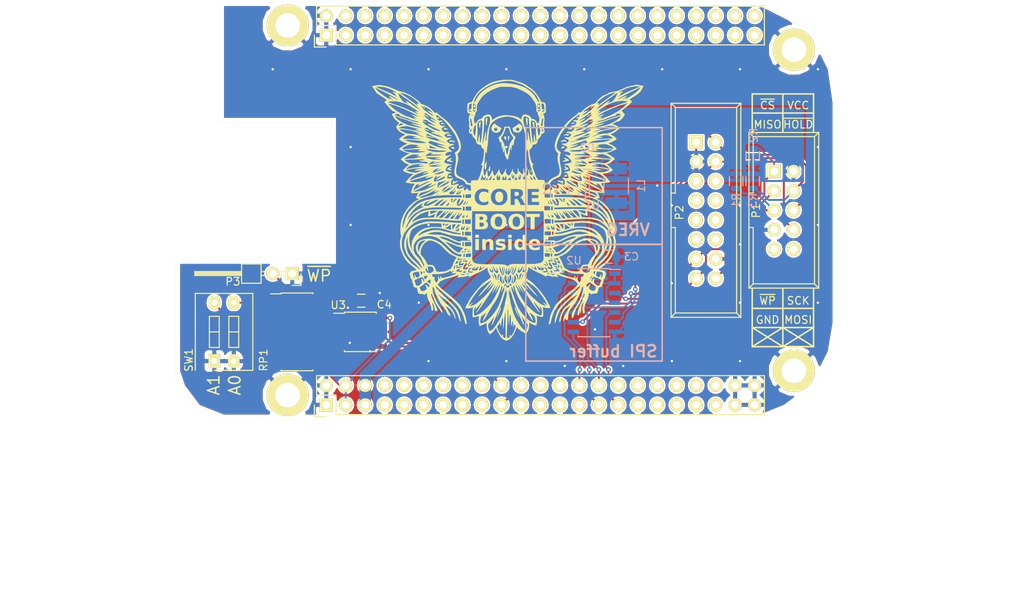
<source format=kicad_pcb>
(kicad_pcb (version 20211014) (generator pcbnew)
  (layers (0 "F.Cu" signal) (31 "B.Cu" signal) (34 "B.Paste" user) (35 "F.Paste" user) (36 "B.SilkS" user "B.Silkscreen") (37 "F.SilkS" user "F.Silkscreen") (38 "B.Mask" user) (39 "F.Mask" user) (44 "Edge.Cuts" user))
  (net 0 "")
  (net 1 "+3V3")
  (net 2 "VCC")
  (net 3 "/I2C2_SDA")
  (net 4 "/I2C2_SCL")
  (net 5 "/~{CONN_WP}")
  (net 6 "/~{CONN_HOLD}")
  (net 7 "GND")
  (net 8 "+5V")
  (net 9 "Net-(L1-Pad1)")
  (net 10 "/~{CONN_CS}")
  (net 11 "/CONN_SCK")
  (net 12 "/~{SPI_CS0}")
  (net 13 "/SPI_D0")
  (net 14 "/SPI_D1")
  (net 15 "/SPI_SCLK")
  (net 16 "Net-(P1-Pad9)")
  (net 17 "Net-(P1-Pad10)")
  (net 18 "Net-(P2-Pad5)")
  (net 19 "Net-(P2-Pad6)")
  (net 20 "Net-(P2-Pad7)")
  (net 21 "Net-(P2-Pad8)")
  (net 22 "Net-(P2-Pad9)")
  (net 23 "Net-(P2-Pad10)")
  (net 24 "Net-(P2-Pad11)")
  (net 25 "Net-(P2-Pad12)")
  (net 26 "/SYS_5V")
  (net 27 "/SYS_5VB")
  (net 28 "/VADC")
  (net 29 "/AIN4")
  (net 30 "/AGND")
  (net 31 "/AIN6")
  (net 32 "/AIN5")
  (net 33 "/AIN2")
  (net 34 "/AIN3")
  (net 35 "/AIN0")
  (net 36 "/AIN1")
  (net 37 "Net-(P4-Pad9)")
  (net 38 "Net-(P4-Pad10)")
  (net 39 "Net-(P4-Pad11)")
  (net 40 "Net-(P4-Pad12)")
  (net 41 "Net-(P4-Pad13)")
  (net 42 "Net-(P4-Pad14)")
  (net 43 "Net-(P4-Pad15)")
  (net 44 "Net-(P4-Pad16)")
  (net 45 "Net-(P4-Pad17)")
  (net 46 "Net-(P4-Pad18)")
  (net 47 "Net-(P4-Pad21)")
  (net 48 "Net-(P4-Pad22)")
  (net 49 "Net-(P4-Pad23)")
  (net 50 "Net-(P4-Pad24)")
  (net 51 "Net-(P4-Pad25)")
  (net 52 "Net-(P4-Pad26)")
  (net 53 "Net-(P4-Pad27)")
  (net 54 "Net-(P4-Pad41)")
  (net 55 "Net-(P4-Pad42)")
  (net 56 "/CONN_MISO")
  (net 57 "/CONN_MOSI")
  (net 58 "Net-(P5-Pad3)")
  (net 59 "Net-(P5-Pad4)")
  (net 60 "Net-(P5-Pad5)")
  (net 61 "Net-(P5-Pad6)")
  (net 62 "Net-(P5-Pad7)")
  (net 63 "Net-(P5-Pad8)")
  (net 64 "Net-(P5-Pad9)")
  (net 65 "Net-(P5-Pad10)")
  (net 66 "Net-(P5-Pad11)")
  (net 67 "Net-(P5-Pad12)")
  (net 68 "Net-(P5-Pad13)")
  (net 69 "Net-(P5-Pad14)")
  (net 70 "Net-(P5-Pad15)")
  (net 71 "Net-(P5-Pad16)")
  (net 72 "Net-(P5-Pad17)")
  (net 73 "Net-(P5-Pad18)")
  (net 74 "Net-(P5-Pad19)")
  (net 75 "Net-(P5-Pad20)")
  (net 76 "Net-(P5-Pad21)")
  (net 77 "Net-(P5-Pad22)")
  (net 78 "Net-(P5-Pad23)")
  (net 79 "Net-(P5-Pad24)")
  (net 80 "Net-(P5-Pad25)")
  (net 81 "Net-(P5-Pad26)")
  (net 82 "Net-(P5-Pad27)")
  (net 83 "Net-(P5-Pad28)")
  (net 84 "Net-(P5-Pad29)")
  (net 85 "Net-(P5-Pad30)")
  (net 86 "Net-(P5-Pad31)")
  (net 87 "Net-(P5-Pad32)")
  (net 88 "Net-(P5-Pad33)")
  (net 89 "Net-(P5-Pad34)")
  (net 90 "Net-(P5-Pad35)")
  (net 91 "Net-(P5-Pad36)")
  (net 92 "Net-(P5-Pad37)")
  (net 93 "Net-(P5-Pad38)")
  (net 94 "Net-(P5-Pad39)")
  (net 95 "Net-(P5-Pad40)")
  (net 96 "Net-(P5-Pad41)")
  (net 97 "Net-(P5-Pad42)")
  (net 98 "Net-(P5-Pad43)")
  (net 99 "Net-(P5-Pad44)")
  (net 100 "Net-(P5-Pad45)")
  (net 101 "Net-(P5-Pad46)")
  (net 102 "/~{WP}")
  (net 103 "/A2")
  (net 104 "/A1")
  (net 105 "/A0")
  (footprint "Pin_Headers:Pin_Header_Straight_2x23" (layer "F.Cu") (at 116.205 109.855 90)
    (fp_text reference "P4" hide)
    (fp_text value "BBB_P9")
  )
  (footprint "Buttons_Switches_ThroughHole:SW_DIP_x2_Slide" (layer "F.Cu") (at 101.6 104.14)
    (fp_text reference "SW1")
    (fp_text value "DIPS_02")
  )
  (footprint "Housings_SOIC:SOIC-8_3.9x4.9mm_Pitch1.27mm" (layer "F.Cu") (at 120.65 100.33)
    (fp_text reference "U3")
    (fp_text value "CAT24C256W")
  )
  (footprint "Capacitors_SMD:C_0805" (layer "F.Cu") (at 120.77 96.26 180)
    (fp_text reference "C4")
    (fp_text value "0.1uF")
  )
  (footprint "Pin_Headers:Pin_Header_Angled_2x01" (layer "F.Cu") (at 111.76 92.71 180)
    (fp_text reference "P3")
    (fp_text value "EEPROM_PROG_EN")
  )
  (footprint "Pin_Headers:Pin_Header_Straight_2x23" (layer "F.Cu") (at 116.205 61.595 90)
    (fp_text reference "P5" hide)
    (fp_text value "BBB_P8")
  )
  (footprint "Housings_SOIC:SOIC-16_3.9x9.9mm_Pitch1.27mm" (layer "F.Cu") (at 112.395 100.33)
    (fp_text reference "RP1")
    (fp_text value "10k")
  )
  (footprint "Mounting_Holes:MountingHole_3.2mm_M3_ISO14580_Pad" (layer "F.Cu") (at 111.168 108.579)
    (fp_text reference "P6" hide)
    (fp_text value "CONN_01X01")
  )
  (footprint "Mounting_Holes:MountingHole_3.2mm_M3_ISO14580_Pad" (layer "F.Cu") (at 111.168 60.319)
    (fp_text reference "P7" hide)
    (fp_text value "CONN_01X01")
  )
  (footprint "Mounting_Holes:MountingHole_3.2mm_M3_ISO14580_Pad" (layer "F.Cu") (at 177.208 105.404)
    (fp_text reference "P8" hide)
    (fp_text value "CONN_01X01")
  )
  (footprint "Mounting_Holes:MountingHole_3.2mm_M3_ISO14580_Pad" (layer "F.Cu") (at 177.208 63.494)
    (fp_text reference "P9" hide)
    (fp_text value "CONN_01X01")
  )
  (footprint "Connect:IDC_Header_Straight_10pins" (layer "F.Cu") (at 174.625 79.375 -90)
    (fp_text reference "P1")
    (fp_text value "SPI-8")
  )
  (footprint "Connect:IDC_Header_Straight_16pins" (layer "F.Cu") (at 164.465 75.565 -90)
    (fp_text reference "P2")
    (fp_text value "SPI-16")
  )
  (footprint "logo-coreboot" (layer "F.Cu") (at 139.743 84.449)
    (fp_text reference "G***" hide)
    (fp_text value "LOGO" hide)
  )
  (footprint "Resistors_SMD:R_0805" (layer "B.Cu") (at 169.672 80.645 -90)
    (fp_text reference "R1")
    (fp_text value "10k")
  )
  (footprint "Resistors_SMD:R_0805" (layer "B.Cu") (at 171.831 77.343 90)
    (fp_text reference "R2")
    (fp_text value "10k")
  )
  (footprint "Resistors_SMD:R_0805" (layer "B.Cu") (at 171.831 80.645 -90)
    (fp_text reference "R3")
    (fp_text value "10k")
  )
  (footprint "Capacitors_SMD:C_0805" (layer "B.Cu") (at 147.02 81.76 90)
    (fp_text reference "C1")
    (fp_text value "10uF")
  )
  (footprint "Capacitors_SMD:C_0805" (layer "B.Cu") (at 150.27 78.26 180)
    (fp_text reference "C2")
    (fp_text value "10uF")
  )
  (footprint "Inductors_NEOSID:Neosid_Inductor_SM-NE45_SMD1812" (layer "B.Cu") (at 154.02 81.26 90)
    (fp_text reference "L1")
    (fp_text value "10uH")
  )
  (footprint "TO_SOT_Packages_SMD:SOT-23-5" (layer "B.Cu") (at 150.27 81.28)
    (fp_text reference "U1")
    (fp_text value "PAM2305AAB330")
  )
  (footprint "Housings_SOIC:SOIC-14_3.9x8.7mm_Pitch1.27mm" (layer "B.Cu") (at 151.13 96.52 180)
    (fp_text reference "U2")
    (fp_text value "74HC125")
  )
  (footprint "Capacitors_SMD:C_0805" (layer "B.Cu") (at 153.02 90.51)
    (fp_text reference "C3")
    (fp_text value "10uF")
  )
  (gr_line (start 160.02 104.14) (end 142.24 104.14) (layer "B.SilkS") (width 0.2))
  (gr_line (start 160.02 88.9) (end 160.02 104.14) (layer "B.SilkS") (width 0.2))
  (gr_line (start 160.02 88.9) (end 160.02 73.66) (layer "B.SilkS") (width 0.2))
  (gr_line (start 142.24 88.9) (end 160.02 88.9) (layer "B.SilkS") (width 0.2))
  (gr_line (start 160.02 73.66) (end 142.24 73.66) (layer "B.SilkS") (width 0.2))
  (gr_line (start 142.24 104.14) (end 142.24 88.9) (layer "B.SilkS") (width 0.2))
  (gr_line (start 142.24 73.66) (end 142.24 88.9) (layer "B.SilkS") (width 0.2))
  (gr_line (start 142.24 88.9) (end 160.02 88.9) (layer "B.SilkS") (width 0.2))
  (gr_line (start 171.77 94.66) (end 171.77 102.26) (layer "F.SilkS") (width 0.2))
  (gr_line (start 171.77 97.26) (end 179.77 97.26) (layer "F.SilkS") (width 0.2))
  (gr_line (start 175.77 102.26) (end 175.77 94.66) (layer "F.SilkS") (width 0.2))
  (gr_line (start 171.77 99.76) (end 179.77 99.76) (layer "F.SilkS") (width 0.2))
  (gr_line (start 179.77 94.66) (end 179.77 102.26) (layer "F.SilkS") (width 0.2))
  (gr_line (start 171.77 102.26) (end 179.77 102.26) (layer "F.SilkS") (width 0.2))
  (gr_line (start 171.77 102.26) (end 175.77 99.76) (layer "F.SilkS") (width 0.2))
  (gr_line (start 171.77 69.26) (end 171.77 74.26) (layer "F.SilkS") (width 0.2))
  (gr_line (start 179.77 99.76) (end 175.77 102.26) (layer "F.SilkS") (width 0.2))
  (gr_line (start 179.77 102.26) (end 175.77 99.76) (layer "F.SilkS") (width 0.2))
  (gr_line (start 175.77 74.26) (end 175.77 69.26) (layer "F.SilkS") (width 0.2))
  (gr_line (start 171.77 69.26) (end 179.77 69.26) (layer "F.SilkS") (width 0.2))
  (gr_line (start 179.77 69.26) (end 179.77 74.26) (layer "F.SilkS") (width 0.2))
  (gr_line (start 171.77 99.76) (end 175.77 102.26) (layer "F.SilkS") (width 0.2))
  (gr_line (start 171.77 71.76) (end 179.77 71.76) (layer "F.SilkS") (width 0.2))
  (gr_line (start 96.52 105.41) (end 96.52 90.805) (layer "Edge.Cuts") (width 0.01))
  (gr_arc (start 170.18 57.15) (mid 179.160256 60.869744) (end 182.88 69.85) (layer "Edge.Cuts") (width 0.01))
  (gr_arc (start 102.87 111.76) (mid 98.379872 109.900128) (end 96.52 105.41) (layer "Edge.Cuts") (width 0.01))
  (gr_line (start 182.88 69.85) (end 182.88 99.06) (layer "Edge.Cuts") (width 0.01))
  (gr_line (start 102.87 111.76) (end 170.18 111.76) (layer "Edge.Cuts") (width 0.01))
  (gr_arc (start 182.88 99.06) (mid 179.160256 108.040256) (end 170.18 111.76) (layer "Edge.Cuts") (width 0.01))
  (gr_line (start 102.235 73.025) (end 102.235 57.15) (layer "Edge.Cuts") (width 0.01))
  (gr_line (start 116.84 90.805) (end 116.84 73.025) (layer "Edge.Cuts") (width 0.01))
  (gr_line (start 170.18 57.15) (end 102.235 57.15) (layer "Edge.Cuts") (width 0.01))
  (gr_line (start 116.84 73.025) (end 102.235 73.025) (layer "Edge.Cuts") (width 0.01))
  (gr_line (start 96.52 90.805) (end 116.84 90.805) (layer "Edge.Cuts") (width 0.01))
  (gr_text "SPI buffer" (at 153.67 102.87) (layer "B.SilkS") (effects (font (size 1.5 1.5) (thickness 0.3)) (justify mirror)))
  (gr_text "VREG" (at 155.575 86.995) (layer "B.SilkS") (effects (font (size 1.5 1.5) (thickness 0.3)) (justify mirror)))
  (gr_text "A0" (at 104.27 107.26 90) (layer "F.SilkS") (effects (font (size 1.5 1.5) (thickness 0.2))))
  (gr_text "A1" (at 101.52 107.26 90) (layer "F.SilkS") (effects (font (size 1.5 1.5) (thickness 0.2))))
  (gr_text "VCC" (at 177.77 70.76) (layer "F.SilkS") (effects (font (size 1 1))))
  (gr_text "~{HOLD}" (at 177.77 73.26) (layer "F.SilkS") (effects (font (size 1 1))))
  (gr_text "MISO" (at 173.77 73.26) (layer "F.SilkS") (effects (font (size 1 1))))
  (gr_text "~{CS}" (at 173.77 70.76) (layer "F.SilkS") (effects (font (size 1 1))))
  (gr_text "~{WP}" (at 173.77 96.26) (layer "F.SilkS") (effects (font (size 1 1))))
  (gr_text "SCK" (at 177.77 96.26) (layer "F.SilkS") (effects (font (size 1 1))))
  (gr_text "MOSI" (at 177.77 98.76) (layer "F.SilkS") (effects (font (size 1 1))))
  (gr_text "GND" (at 173.77 98.76) (layer "F.SilkS") (effects (font (size 1 1))))
  (gr_text "~{WP}" (at 115.27 93.01) (layer "F.SilkS") (effects (font (size 1.5 1.5) (thickness 0.2))))
  (segment (start 113.459998 104.775) (end 109.695 104.775) (width 0.25) (layer "F.Cu") (net 1))
  (segment (start 123.35 97.965) (end 123.35 98.425) (width 0.25) (layer "F.Cu") (net 1))
  (segment (start 124.52 98.51) (end 123.435 98.51) (width 0.25) (layer "F.Cu") (net 1))
  (segment (start 114.084999 105.400001) (end 113.459998 104.775) (width 0.25) (layer "F.Cu") (net 1))
  (segment (start 118.745 107.315) (end 117.96413 107.315) (width 0.25) (layer "F.Cu") (net 1))
  (segment (start 109.695 97.155) (end 109.695 98.425) (width 0.25) (layer "F.Cu") (net 1))
  (segment (start 123.435 98.51) (end 123.35 98.425) (width 0.25) (layer "F.Cu") (net 1))
  (segment (start 121.77 96.26) (end 121.77 96.385) (width 0.25) (layer "F.Cu") (net 1))
  (segment (start 109.695 102.235) (end 109.695 103.505) (width 0.25) (layer "F.Cu") (net 1))
  (segment (start 109.695 98.425) (end 109.695 99.695) (width 0.25) (layer "F.Cu") (net 1))
  (segment (start 109.695 103.505) (end 109.695 104.775) (width 0.25) (layer "F.Cu") (net 1))
  (segment (start 109.695 100.965) (end 109.695 102.235) (width 0.25) (layer "F.Cu") (net 1))
  (segment (start 117.96413 107.315) (end 116.049131 105.400001) (width 0.25) (layer "F.Cu") (net 1))
  (segment (start 109.695 95.885) (end 109.695 97.155) (width 0.25) (layer "F.Cu") (net 1))
  (segment (start 116.049131 105.400001) (end 114.084999 105.400001) (width 0.25) (layer "F.Cu") (net 1))
  (segment (start 109.695 99.695) (end 109.695 100.965) (width 0.25) (layer "F.Cu") (net 1))
  (segment (start 121.77 96.385) (end 123.35 97.965) (width 0.25) (layer "F.Cu") (net 1))
  (via (at 124.52 98.51) (size 0.6) (drill 0.3) (layers "F.Cu" "B.Cu") (net 1))
  (segment (start 119.608599 106.451401) (end 119.608599 106.201109) (width 0.25) (layer "B.Cu") (net 1))
  (segment (start 118.745 107.315) (end 119.608599 106.451401) (width 0.25) (layer "B.Cu") (net 1))
  (segment (start 118.745 109.855) (end 118.745 107.315) (width 0.25) (layer "B.Cu") (net 1))
  (segment (start 124.52 101.289708) (end 124.52 98.51) (width 0.25) (layer "B.Cu") (net 1))
  (segment (start 119.608599 106.201109) (end 124.52 101.289708) (width 0.25) (layer "B.Cu") (net 1))
  (segment (start 151.37 80.905) (end 150.514999 81.760001) (width 0.25) (layer "B.Cu") (net 2))
  (segment (start 150.514999 81.760001) (end 150.514999 88.879999) (width 0.25) (layer "B.Cu") (net 2))
  (segment (start 162.56 73.025) (end 161.925 73.66) (width 1.5) (layer "B.Cu") (net 2))
  (segment (start 177.165 78.153686) (end 172.036314 73.025) (width 1.5) (layer "B.Cu") (net 2))
  (segment (start 152.02 90.385) (end 150.514999 88.879999) (width 0.25) (layer "B.Cu") (net 2))
  (segment (start 177.165 79.375) (end 177.165 78.153686) (width 1.5) (layer "B.Cu") (net 2))
  (segment (start 151.37 80.33) (end 151.37 80.905) (width 0.25) (layer "B.Cu") (net 2))
  (segment (start 172.036314 73.025) (end 162.56 73.025) (width 1.5) (layer "B.Cu") (net 2))
  (segment (start 148.43 92.71) (end 149.945 92.71) (width 0.25) (layer "B.Cu") (net 2))
  (segment (start 152.02 90.635) (end 152.02 90.51) (width 0.25) (layer "B.Cu") (net 2))
  (segment (start 161.925 76.786314) (end 163.243686 78.105) (width 1.5) (layer "B.Cu") (net 2))
  (segment (start 152.02 90.51) (end 152.02 90.385) (width 0.25) (layer "B.Cu") (net 2))
  (segment (start 163.243686 78.105) (end 164.465 78.105) (width 1.5) (layer "B.Cu") (net 2))
  (segment (start 149.945 92.71) (end 152.02 90.635) (width 0.25) (layer "B.Cu") (net 2))
  (segment (start 161.925 73.66) (end 161.925 76.786314) (width 1.5) (layer "B.Cu") (net 2))
  (segment (start 120.106399 103.310011) (end 116.289989 103.310011) (width 0.25) (layer "F.Cu") (net 3))
  (segment (start 115.095 104.775) (end 115.545 104.775) (width 0.25) (layer "F.Cu") (net 3))
  (segment (start 116.095 103.505) (end 115.095 103.505) (width 0.25) (layer "F.Cu") (net 3))
  (segment (start 121.18141 102.235) (end 120.106399 103.310011) (width 0.25) (layer "F.Cu") (net 3))
  (segment (start 133.985 102.235) (end 139.065 107.315) (width 0.25) (layer "F.Cu") (net 3))
  (segment (start 116.289989 103.310011) (end 116.095 103.505) (width 0.25) (layer "F.Cu") (net 3))
  (segment (start 133.985 102.235) (end 123.35 102.235) (width 0.25) (layer "F.Cu") (net 3))
  (segment (start 115.095 103.505) (end 115.095 104.775) (width 0.25) (layer "F.Cu") (net 3))
  (segment (start 123.35 102.235) (end 121.18141 102.235) (width 0.25) (layer "F.Cu") (net 3))
  (segment (start 121.815 100.965) (end 119.919999 102.860001) (width 0.25) (layer "F.Cu") (net 4))
  (segment (start 124.644991 101.784991) (end 123.825 100.965) (width 0.25) (layer "F.Cu") (net 4))
  (segment (start 115.095 102.235) (end 115.095 100.965) (width 0.25) (layer "F.Cu") (net 4))
  (segment (start 139.928599 108.991401) (end 139.928599 108.210531) (width 0.25) (layer "F.Cu") (net 4))
  (segment (start 123.35 100.965) (end 121.815 100.965) (width 0.25) (layer "F.Cu") (net 4))
  (segment (start 119.919999 102.860001) (end 116.720001 102.860001) (width 0.25) (layer "F.Cu") (net 4))
  (segment (start 116.720001 102.860001) (end 116.095 102.235) (width 0.25) (layer "F.Cu") (net 4))
  (segment (start 139.635529 106.126399) (end 138.512809 106.126399) (width 0.25) (layer "F.Cu") (net 4))
  (segment (start 116.095 102.235) (end 115.095 102.235) (width 0.25) (layer "F.Cu") (net 4))
  (segment (start 140.253601 106.744471) (end 139.635529 106.126399) (width 0.25) (layer "F.Cu") (net 4))
  (segment (start 123.825 100.965) (end 123.35 100.965) (width 0.25) (layer "F.Cu") (net 4))
  (segment (start 138.512809 106.126399) (end 134.171401 101.784991) (width 0.25) (layer "F.Cu") (net 4))
  (segment (start 139.928599 108.210531) (end 140.253601 107.885529) (width 0.25) (layer "F.Cu") (net 4))
  (segment (start 134.171401 101.784991) (end 124.644991 101.784991) (width 0.25) (layer "F.Cu") (net 4))
  (segment (start 140.253601 107.885529) (end 140.253601 106.744471) (width 0.25) (layer "F.Cu") (net 4))
  (segment (start 139.065 109.855) (end 139.928599 108.991401) (width 0.25) (layer "F.Cu") (net 4))
  (segment (start 168.275 89.53641) (end 168.275 92.075) (width 0.25) (layer "F.Cu") (net 5))
  (segment (start 168.64361 89.1678) (end 168.275 89.53641) (width 0.25) (layer "F.Cu") (net 5))
  (segment (start 168.643611 88.532799) (end 168.64361 89.1678) (width 0.25) (layer "F.Cu") (net 5))
  (segment (start 168.275 92.075) (end 167.005 93.345) (width 0.25) (layer "F.Cu") (net 5))
  (segment (start 172.72141 84.455) (end 168.643611 88.532799) (width 0.25) (layer "F.Cu") (net 5))
  (segment (start 174.625 84.455) (end 172.72141 84.455) (width 0.25) (layer "F.Cu") (net 5))
  (segment (start 172.5446 82.64501) (end 172.81501 82.64501) (width 0.25) (layer "B.Cu") (net 5))
  (segment (start 172.81501 82.64501) (end 174.625 84.455) (width 0.25) (layer "B.Cu") (net 5))
  (segment (start 170.647001 82.270001) (end 172.169591 82.270001) (width 0.25) (layer "B.Cu") (net 5))
  (segment (start 169.972 81.595) (end 170.647001 82.270001) (width 0.25) (layer "B.Cu") (net 5))
  (segment (start 172.169591 82.270001) (end 172.5446 82.64501) (width 0.25) (layer "B.Cu") (net 5))
  (segment (start 169.672 81.595) (end 169.972 81.595) (width 0.25) (layer "B.Cu") (net 5))
  (segment (start 168.45999 77.65499) (end 168.275 77.47) (width 0.25) (layer "F.Cu") (net 6))
  (segment (start 175.853602 77.65499) (end 168.45999 77.65499) (width 0.25) (layer "F.Cu") (net 6))
  (segment (start 176.303612 78.105) (end 175.853602 77.65499) (width 0.25) (layer "F.Cu") (net 6))
  (segment (start 178.353601 78.804471) (end 178.353601 80.726399) (width 0.25) (layer "F.Cu") (net 6))
  (segment (start 178.353601 78.804471) (end 177.65413 78.105) (width 0.25) (layer "F.Cu") (net 6))
  (segment (start 164.465 76.6786) (end 164.465 75.565) (width 0.25) (layer "F.Cu") (net 6))
  (segment (start 164.6214 76.835) (end 164.465 76.6786) (width 0.25) (layer "F.Cu") (net 6))
  (segment (start 168.275 77.46859) (end 167.64141 76.835) (width 0.25) (layer "F.Cu") (net 6))
  (segment (start 167.64141 76.835) (end 164.6214 76.835) (width 0.25) (layer "F.Cu") (net 6))
  (segment (start 168.275 77.47) (end 168.275 77.46859) (width 0.25) (layer "F.Cu") (net 6))
  (segment (start 178.353601 80.726399) (end 177.165 81.915) (width 0.25) (layer "F.Cu") (net 6))
  (segment (start 178.353601 80.726399) (end 178.353601 78.804471) (width 0.25) (layer "F.Cu") (net 6))
  (segment (start 177.65413 78.105) (end 176.303612 78.105) (width 0.25) (layer "F.Cu") (net 6))
  (segment (start 173.00141 82.195) (end 173.910011 83.103601) (width 0.25) (layer "B.Cu") (net 6))
  (segment (start 172.131 81.595) (end 172.731 82.195) (width 0.25) (layer "B.Cu") (net 6))
  (segment (start 171.831 81.595) (end 172.131 81.595) (width 0.25) (layer "B.Cu") (net 6))
  (segment (start 173.910011 83.103601) (end 175.976399 83.103601) (width 0.25) (layer "B.Cu") (net 6))
  (segment (start 172.731 82.195) (end 173.00141 82.195) (width 0.25) (layer "B.Cu") (net 6))
  (segment (start 175.976399 83.103601) (end 177.165 81.915) (width 0.25) (layer "B.Cu") (net 6))
  (segment (start 139.7 66.04) (end 149.86 66.04) (width 0.25) (layer "F.Cu") (net 7))
  (segment (start 123.19 104.14) (end 121.92 102.87) (width 0.25) (layer "F.Cu") (net 7))
  (segment (start 129.54 76.2) (end 119.38 76.2) (width 0.25) (layer "F.Cu") (net 7))
  (segment (start 149.019979 96.759991) (end 149.019979 99.310001) (width 0.25) (layer "F.Cu") (net 7))
  (segment (start 140.21 96.01) (end 149.76997 96.01) (width 0.25) (layer "F.Cu") (net 7))
  (segment (start 119.02 97.174989) (end 119.02 97.01) (width 0.25) (layer "F.Cu") (net 7))
  (segment (start 170.18 96.52) (end 170.18 104.14) (width 0.25) (layer "F.Cu") (net 7))
  (segment (start 161.29 83.82) (end 161.29 93.98) (width 0.25) (layer "F.Cu") (net 7))
  (segment (start 149.855451 95.924519) (end 149.76997 96.01) (width 0.25) (layer "F.Cu") (net 7))
  (segment (start 139.7 96.52) (end 139.7 86.36) (width 0.25) (layer "F.Cu") (net 7))
  (segment (start 170.18 96.52) (end 170.18 88.9) (width 0.25) (layer "F.Cu") (net 7))
  (segment (start 160.02 80.592781) (end 159.385 81.227781) (width 0.25) (layer "F.Cu") (net 7))
  (segment (start 139.7 96.52) (end 139.7 104.14) (width 0.25) (layer "F.Cu") (net 7))
  (segment (start 129.54 96.52) (end 128.27 96.52) (width 0.25) (layer "F.Cu") (net 7))
  (segment (start 160.02 79.375) (end 160.02 80.592781) (width 0.25) (layer "F.Cu") (net 7))
  (segment (start 154.94 104.775) (end 154.305 104.14) (width 0.25) (layer "F.Cu") (net 7))
  (segment (start 116.205 62.865) (end 119.38 66.04) (width 0.25) (layer "F.Cu") (net 7))
  (segment (start 129.54 76.2) (end 139.7 76.2) (width 0.25) (layer "F.Cu") (net 7))
  (segment (start 118.795 102.235) (end 119.27 101.76) (width 0.25) (layer "F.Cu") (net 7))
  (segment (start 139.7 96.52) (end 128.27 96.52) (width 0.25) (layer "F.Cu") (net 7))
  (segment (start 121.76 103.03) (end 121.92 102.87) (width 0.25) (layer "F.Cu") (net 7))
  (segment (start 116.205 59.055) (end 116.205 61.595) (width 0.25) (layer "F.Cu") (net 7))
  (segment (start 160.02 66.04) (end 160.02 79.375) (width 0.25) (layer "F.Cu") (net 7))
  (segment (start 119.38 66.04) (end 129.54 66.04) (width 0.25) (layer "F.Cu") (net 7))
  (segment (start 149.719978 100.01) (end 151.27 100.01) (width 0.25) (layer "F.Cu") (net 7))
  (segment (start 129.54 86.36) (end 139.7 86.36) (width 0.25) (layer "F.Cu") (net 7))
  (segment (start 119.02 97.01) (end 119.77 96.26) (width 0.25) (layer "F.Cu") (net 7))
  (segment (start 124.46 96.52) (end 123.19 95.25) (width 0.25) (layer "F.Cu") (net 7))
  (segment (start 149.855451 88.267758) (end 149.855451 95.924519) (width 0.25) (layer "F.Cu") (net 7))
  (segment (start 129.54 86.36) (end 129.54 76.2) (width 0.25) (layer "F.Cu") (net 7))
  (segment (start 119.38 76.2) (end 119.38 86.36) (width 0.25) (layer "F.Cu") (net 7))
  (segment (start 154.305 104.14) (end 147.955 104.14) (width 0.25) (layer "F.Cu") (net 7))
  (segment (start 117.95 102.235) (end 118.795 102.235) (width 0.25) (layer "F.Cu") (net 7))
  (segment (start 139.7 96.52) (end 139.7 97.155) (width 0.25) (layer "F.Cu") (net 7))
  (segment (start 161.29 104.14) (end 160.655 104.775) (width 0.25) (layer "F.Cu") (net 7))
  (segment (start 147.955 104.14) (end 147.32 104.775) (width 0.25) (layer "F.Cu") (net 7))
  (segment (start 149.76997 96.01) (end 149.019979 96.759991) (width 0.25) (layer "F.Cu") (net 7))
  (segment (start 139.7 97.155) (end 147.32 104.775) (width 0.25) (layer "F.Cu") (net 7))
  (segment (start 180.34 66.04) (end 180.34 76.2) (width 0.25) (layer "F.Cu") (net 7))
  (segment (start 128.27 96.52) (end 124.46 96.52) (width 0.25) (layer "F.Cu") (net 7))
  (segment (start 139.7 96.52) (end 140.21 96.01) (width 0.25) (layer "F.Cu") (net 7))
  (segment (start 116.205 61.595) (end 116.205 62.865) (width 0.25) (layer "F.Cu") (net 7))
  (segment (start 129.54 104.14) (end 123.19 104.14) (width 0.25) (layer "F.Cu") (net 7))
  (segment (start 149.019979 99.310001) (end 149.719978 100.01) (width 0.25) (layer "F.Cu") (net 7))
  (segment (start 180.34 86.36) (end 180.34 96.52) (width 0.25) (layer "F.Cu") (net 7))
  (segment (start 149.86 76.2) (end 139.7 76.2) (width 0.25) (layer "F.Cu") (net 7))
  (segment (start 160.02 66.04) (end 170.18 66.04) (width 0.25) (layer "F.Cu") (net 7))
  (segment (start 160.02 79.375) (end 160.02 80.01) (width 0.25) (layer "F.Cu") (net 7))
  (segment (start 160.655 104.775) (end 154.94 104.775) (width 0.25) (layer "F.Cu") (net 7))
  (via (at 170.18 66.04) (size 0.6) (drill 0.3) (layers "F.Cu" "B.Cu") (net 7))
  (via (at 129.54 76.2) (size 0.6) (drill 0.3) (layers "F.Cu" "B.Cu") (net 7))
  (via (at 129.54 76.2) (size 0.6) (drill 0.3) (layers "F.Cu" "B.Cu") (net 7))
  (via (at 129.54 66.04) (size 0.6) (drill 0.3) (layers "F.Cu" "B.Cu") (net 7))
  (via (at 161.29 104.14) (size 0.6) (drill 0.3) (layers "F.Cu" "B.Cu") (net 7))
  (via (at 151.27 100.01) (size 0.6) (drill 0.3) (layers "F.Cu" "B.Cu") (net 7))
  (via (at 129.54 86.36) (size 0.6) (drill 0.3) (layers "F.Cu" "B.Cu") (net 7))
  (via (at 119.02 97.174989) (size 0.6) (drill 0.3) (layers "F.Cu" "B.Cu") (net 7))
  (via (at 170.18 96.52) (size 0.6) (drill 0.3) (layers "F.Cu" "B.Cu") (net 7))
  (via (at 180.34 86.36) (size 0.6) (drill 0.3) (layers "F.Cu" "B.Cu") (net 7))
  (via (at 170.18 88.9) (size 0.6) (drill 0.3) (layers "F.Cu" "B.Cu") (net 7))
  (via (at 139.7 76.2) (size 0.6) (drill 0.3) (layers "F.Cu" "B.Cu") (net 7))
  (via (at 139.7 104.14) (size 0.6) (drill 0.3) (layers "F.Cu" "B.Cu") (net 7))
  (via (at 149.86 66.04) (size 0.6) (drill 0.3) (layers "F.Cu" "B.Cu") (net 7))
  (via (at 119.38 66.04) (size 0.6) (drill 0.3) (layers "F.Cu" "B.Cu") (net 7))
  (via (at 139.7 86.36) (size 0.6) (drill 0.3) (layers "F.Cu" "B.Cu") (net 7))
  (via (at 128.27 96.52) (size 0.6) (drill 0.3) (layers "F.Cu" "B.Cu") (net 7))
  (via (at 123.19 95.25) (size 0.6) (drill 0.3) (layers "F.Cu" "B.Cu") (net 7))
  (via (at 149.855451 88.267758) (size 0.6) (drill 0.3) (layers "F.Cu" "B.Cu") (net 7))
  (via (at 170.18 83.82) (size 0.6) (drill 0.3) (layers "F.Cu" "B.Cu") (net 7))
  (via (at 180.34 66.04) (size 0.6) (drill 0.3) (layers "F.Cu" "B.Cu") (net 7))
  (via (at 170.18 104.14) (size 0.6) (drill 0.3) (layers "F.Cu" "B.Cu") (net 7))
  (via (at 109.22 66.04) (size 0.6) (drill 0.3) (layers "F.Cu" "B.Cu") (net 7))
  (via (at 147.32 104.775) (size 0.6) (drill 0.3) (layers "F.Cu" "B.Cu") (net 7))
  (via (at 149.86 76.2) (size 0.6) (drill 0.3) (layers "F.Cu" "B.Cu") (net 7))
  (via (at 129.54 104.14) (size 0.6) (drill 0.3) (layers "F.Cu" "B.Cu") (net 7))
  (via (at 121.92 102.87) (size 0.6) (drill 0.3) (layers "F.Cu" "B.Cu") (net 7))
  (via (at 159.385 81.227781) (size 0.6) (drill 0.3) (layers "F.Cu" "B.Cu") (net 7))
  (via (at 160.02 66.04) (size 0.6) (drill 0.3) (layers "F.Cu" "B.Cu") (net 7))
  (via (at 149.76997 96.01) (size 0.6) (drill 0.3) (layers "F.Cu" "B.Cu") (net 7))
  (via (at 161.29 93.98) (size 0.6) (drill 0.3) (layers "F.Cu" "B.Cu") (net 7))
  (via (at 180.34 96.52) (size 0.6) (drill 0.3) (layers "F.Cu" "B.Cu") (net 7))
  (via (at 154.94 104.775) (size 0.6) (drill 0.3) (layers "F.Cu" "B.Cu") (net 7))
  (via (at 139.7 96.52) (size 0.6) (drill 0.3) (layers "F.Cu" "B.Cu") (net 7))
  (via (at 119.27 101.76) (size 0.6) (drill 0.3) (layers "F.Cu" "B.Cu") (net 7))
  (via (at 119.38 86.36) (size 0.6) (drill 0.3) (layers "F.Cu" "B.Cu") (net 7))
  (via (at 180.34 76.2) (size 0.6) (drill 0.3) (layers "F.Cu" "B.Cu") (net 7))
  (via (at 161.29 83.82) (size 0.6) (drill 0.3) (layers "F.Cu" "B.Cu") (net 7))
  (via (at 139.7 66.04) (size 0.6) (drill 0.3) (layers "F.Cu" "B.Cu") (net 7))
  (via (at 119.38 76.2) (size 0.6) (drill 0.3) (layers "F.Cu" "B.Cu") (net 7))
  (segment (start 116.205 109.855) (end 116.205 107.315) (width 0.25) (layer "B.Cu") (net 7))
  (segment (start 149.447219 81.227781) (end 149.395 81.28) (width 0.25) (layer "B.Cu") (net 7))
  (segment (start 147.02 80.76) (end 145.3 80.76) (width 0.25) (layer "B.Cu") (net 7))
  (segment (start 112.395 105.41) (end 111.77 105.41) (width 0.25) (layer "B.Cu") (net 7))
  (segment (start 119.27 97.424989) (end 119.02 97.174989) (width 0.25) (layer "B.Cu") (net 7))
  (segment (start 117.348 92.71) (end 119.38 92.71) (width 0.25) (layer "B.Cu") (net 7))
  (segment (start 147.02 78.76) (end 147.52 78.26) (width 0.25) (layer "B.Cu") (net 7))
  (segment (start 180.34 66.04) (end 179.915736 66.04) (width 0.25) (layer "B.Cu") (net 7))
  (segment (start 172.085 105.575) (end 172.085 107.315) (width 0.25) (layer "B.Cu") (net 7))
  (segment (start 139.7 94.615) (end 144.145 90.17) (width 0.25) (layer "B.Cu") (net 7))
  (segment (start 170.18 104.14) (end 170.65 104.14) (width 0.25) (layer "B.Cu") (net 7))
  (segment (start 116.84 92.71) (end 111.76 92.71) (width 0.25) (layer "B.Cu") (net 7))
  (segment (start 157.145001 97.464999) (end 154.28 100.33) (width 0.25) (layer "B.Cu") (net 7))
  (segment (start 149.495 76.565) (end 149.86 76.2) (width 0.25) (layer "B.Cu") (net 7))
  (segment (start 178.695736 67.26) (end 175.49 67.26) (width 0.25) (layer "B.Cu") (net 7))
  (segment (start 129.54 66.04) (end 139.7 66.04) (width 0.25) (layer "B.Cu") (net 7))
  (segment (start 119.38 66.04) (end 119.38 76.2) (width 0.25) (layer "B.Cu") (net 7))
  (segment (start 147.953209 90.17) (end 149.855451 88.267758) (width 0.25) (layer "B.Cu") (net 7))
  (segment (start 170.18 96.52) (end 161.29 96.52) (width 0.25) (layer "B.Cu") (net 7))
  (segment (start 170.65 104.14) (end 172.085 105.575) (width 0.25) (layer "B.Cu") (net 7))
  (segment (start 170.18 104.14) (end 161.29 104.14) (width 0.25) (layer "B.Cu") (net 7))
  (segment (start 169.545 109.855) (end 169.545 107.315) (width 0.25) (layer "B.Cu") (net 7))
  (segment (start 147.52 78.26) (end 149.27 78.26) (width 0.25) (layer "B.Cu") (net 7))
  (segment (start 117.348 92.71) (end 117.983 92.71) (width 0.25) (layer "B.Cu") (net 7))
  (segment (start 169.545 107.315) (end 172.085 107.315) (width 0.25) (layer "B.Cu") (net 7))
  (segment (start 161.29 83.132781) (end 159.385 81.227781) (width 0.25) (layer "B.Cu") (net 7))
  (segment (start 161.29 93.98) (end 161.29 96.52) (width 0.25) (layer "B.Cu") (net 7))
  (segment (start 175.895 101.6) (end 180.34 101.6) (width 0.25) (layer "B.Cu") (net 7))
  (segment (start 161.29 96.52) (end 161.29 104.14) (width 0.25) (layer "B.Cu") (net 7))
  (segment (start 119.38 86.36) (end 129.54 86.36) (width 0.25) (layer "B.Cu") (net 7))
  (segment (start 170.18 88.9) (end 170.18 83.82) (width 0.25) (layer "B.Cu") (net 7))
  (segment (start 119.27 101.76) (end 119.27 97.424989) (width 0.25) (layer "B.Cu") (net 7))
  (segment (start 111.76 92.71) (end 117.348 92.71) (width 0.25) (layer "B.Cu") (net 7))
  (segment (start 155.02 90.51) (end 157.145001 92.635001) (width 0.25) (layer "B.Cu") (net 7))
  (segment (start 139.7 94.615) (end 139.7 96.52) (width 0.25) (layer "B.Cu") (net 7))
  (segment (start 180.34 76.2) (end 180.34 86.36) (width 0.25) (layer "B.Cu") (net 7))
  (segment (start 129.54 86.36) (end 129.54 95.25) (width 0.25) (layer "B.Cu") (net 7))
  (segment (start 129.54 76.2) (end 129.54 66.04) (width 0.25) (layer "B.Cu") (net 7))
  (segment (start 147.02 80.76) (end 147.02 78.76) (width 0.25) (layer "B.Cu") (net 7))
  (segment (start 104.14 104.14) (end 105.664 104.14) (width 0.25) (layer "B.Cu") (net 7))
  (segment (start 119.38 92.71) (end 120.65 92.71) (width 0.25) (layer "B.Cu") (net 7))
  (segment (start 170.18 104.14) (end 173.355 104.14) (width 0.25) (layer "B.Cu") (net 7))
  (segment (start 111.77 105.41) (end 106.934 105.41) (width 0.25) (layer "B.Cu") (net 7))
  (segment (start 172.085 107.315) (end 172.085 109.855) (width 0.25) (layer "B.Cu") (net 7))
  (segment (start 148.27 81.16) (end 148.27 81.135) (width 0.25) (layer "B.Cu") (net 7))
  (segment (start 172.085 86.995) (end 170.18 88.9) (width 0.25) (layer "B.Cu") (net 7))
  (segment (start 147.895 80.76) (end 147.02 80.76) (width 0.25) (layer "B.Cu") (net 7))
  (segment (start 154.94 104.775) (end 154.94 103.505) (width 0.25) (layer "B.Cu") (net 7))
  (segment (start 170.18 66.04) (end 174.27 66.04) (width 0.25) (layer "B.Cu") (net 7))
  (segment (start 111.76 92.71) (end 111.76 105.4) (width 0.25) (layer "B.Cu") (net 7))
  (segment (start 146.685 104.14) (end 147.32 104.775) (width 0.25) (layer "B.Cu") (net 7))
  (segment (start 161.29 83.82) (end 161.29 83.132781) (width 0.25) (layer "B.Cu") (net 7))
  (segment (start 157.145001 92.635001) (end 157.145001 97.464999) (width 0.25) (layer "B.Cu") (net 7))
  (segment (start 154.94 101.99) (end 153.83 100.88) (width 0.25) (layer "B.Cu") (net 7))
  (segment (start 154.02 90.51) (end 155.02 90.51) (width 0.25) (layer "B.Cu") (net 7))
  (segment (start 172.085 109.855) (end 169.545 109.855) (width 0.25) (layer "B.Cu") (net 7))
  (segment (start 179.915736 66.04) (end 178.695736 67.26) (width 0.25) (layer "B.Cu") (net 7))
  (segment (start 170.18 104.14) (end 162.56 104.14) (width 0.25) (layer "B.Cu") (net 7))
  (segment (start 111.76 105.4) (end 111.77 105.41) (width 0.25) (layer "B.Cu") (net 7))
  (segment (start 154.28 100.33) (end 153.83 100.33) (width 0.25) (layer "B.Cu") (net 7))
  (segment (start 175.49 67.26) (end 174.27 66.04) (width 0.25) (layer "B.Cu") (net 7))
  (segment (start 139.7 76.2) (end 139.7 86.36) (width 0.25) (layer "B.Cu") (net 7))
  (segment (start 140.77 85.29) (end 139.7 86.36) (width 0.25) (layer "B.Cu") (net 7))
  (segment (start 139.7 104.14) (end 146.685 104.14) (width 0.25) (layer "B.Cu") (net 7))
  (segment (start 114.3 107.315) (end 112.395 105.41) (width 0.25) (layer "B.Cu") (net 7))
  (segment (start 101.6 104.14) (end 104.14 104.14) (width 0.25) (layer "B.Cu") (net 7))
  (segment (start 129.54 95.25) (end 128.27 96.52) (width 0.25) (layer "B.Cu") (net 7))
  (segment (start 120.65 92.71) (end 123.19 95.25) (width 0.25) (layer "B.Cu") (net 7))
  (segment (start 153.83 100.88) (end 153.83 100.33) (width 0.25) (layer "B.Cu") (net 7))
  (segment (start 180.34 96.52) (end 180.34 101.6) (width 0.25) (layer "B.Cu") (net 7))
  (segment (start 180.34 96.52) (end 170.18 96.52) (width 0.25) (layer "B.Cu") (net 7))
  (segment (start 139.7 76.2) (end 139.7 66.04) (width 0.25) (layer "B.Cu") (net 7))
  (segment (start 116.205 107.315) (end 114.3 107.315) (width 0.25) (layer "B.Cu") (net 7))
  (segment (start 148.27 81.135) (end 147.895 80.76) (width 0.25) (layer "B.Cu") (net 7))
  (segment (start 139.7 104.14) (end 129.54 104.14) (width 0.25) (layer "B.Cu") (net 7))
  (segment (start 105.664 104.14) (end 106.934 105.41) (width 0.25) (layer "B.Cu") (net 7))
  (segment (start 149.17 81.28) (end 148.39 81.28) (width 0.25) (layer "B.Cu") (net 7))
  (segment (start 149.86 66.04) (end 160.02 66.04) (width 0.25) (layer "B.Cu") (net 7))
  (segment (start 140.97 85.09) (end 140.77 85.29) (width 0.25) (layer "B.Cu") (net 7))
  (segment (start 145.3 80.76) (end 140.77 85.29) (width 0.25) (layer "B.Cu") (net 7))
  (segment (start 173.355 104.14) (end 175.895 101.6) (width 0.25) (layer "B.Cu") (net 7))
  (segment (start 174.625 86.995) (end 172.085 86.995) (width 0.25) (layer "B.Cu") (net 7))
  (segment (start 109.22 66.04) (end 119.38 66.04) (width 0.25) (layer "B.Cu") (net 7))
  (segment (start 154.94 103.505) (end 154.94 101.99) (width 0.25) (layer "B.Cu") (net 7))
  (segment (start 119.38 86.36) (end 119.38 92.71) (width 0.25) (layer "B.Cu") (net 7))
  (segment (start 149.86 66.04) (end 149.86 76.2) (width 0.25) (layer "B.Cu") (net 7))
  (segment (start 148.39 81.28) (end 148.27 81.16) (width 0.25) (layer "B.Cu") (net 7))
  (segment (start 147.953209 90.17) (end 144.145 90.17) (width 0.25) (layer "B.Cu") (net 7))
  (segment (start 154.94 104.14) (end 154.94 103.505) (width 0.25) (layer "B.Cu") (net 7))
  (segment (start 149.59 80.33) (end 149.17 80.33) (width 0.25) (layer "B.Cu") (net 8))
  (segment (start 121.285 106.68) (end 121.285 107.315) (width 1.5) (layer "B.Cu") (net 8))
  (segment (start 150.025001 80.765001) (end 149.59 80.33) (width 0.25) (layer "B.Cu") (net 8))
  (segment (start 147.02 84.765) (end 144.025 87.76) (width 1.5) (layer "B.Cu") (net 8))
  (segment (start 144.025 87.76) (end 139.57 87.76) (width 1.5) (layer "B.Cu") (net 8))
  (segment (start 149.95 82.23) (end 150.025001 82.154999) (width 0.25) (layer "B.Cu") (net 8))
  (segment (start 139.57 87.76) (end 121.285 106.045) (width 1.5) (layer "B.Cu") (net 8))
  (segment (start 121.285 106.045) (end 121.285 106.68) (width 1.5) (layer "B.Cu") (net 8))
  (segment (start 149.17 82.23) (end 149.95 82.23) (width 0.25) (layer "B.Cu") (net 8))
  (segment (start 121.285 109.855) (end 121.285 107.315) (width 1.5) (layer "B.Cu") (net 8))
  (segment (start 150.025001 82.154999) (end 150.025001 80.765001) (width 0.25) (layer "B.Cu") (net 8))
  (segment (start 147.02 82.76) (end 147.02 84.765) (width 1.5) (layer "B.Cu") (net 8))
  (segment (start 165.735 87.77587) (end 165.735 89.53359) (width 0.25) (layer "F.Cu") (net 10))
  (segment (start 165.328599 89.939991) (end 165.328599 89.941401) (width 0.25) (layer "F.Cu") (net 10))
  (segment (start 164.465 90.805) (end 163.276399 91.993601) (width 0.25) (layer "F.Cu") (net 10))
  (segment (start 166.434471 87.076399) (end 165.735 87.77587) (width 0.25) (layer "F.Cu") (net 10))
  (segment (start 173.355 82.54859) (end 168.827191 87.076399) (width 0.25) (layer "F.Cu") (net 10))
  (segment (start 163.276399 91.993601) (end 163.276399 93.897191) (width 0.25) (layer "F.Cu") (net 10))
  (segment (start 161.16359 96.01) (end 155.27 96.01) (width 0.25) (layer "F.Cu") (net 10))
  (segment (start 165.735 89.53359) (end 165.328599 89.939991) (width 0.25) (layer "F.Cu") (net 10))
  (segment (start 168.827191 87.076399) (end 166.434471 87.076399) (width 0.25) (layer "F.Cu") (net 10))
  (segment (start 163.276399 93.897191) (end 161.16359 96.01) (width 0.25) (layer "F.Cu") (net 10))
  (segment (start 165.328599 89.941401) (end 164.465 90.805) (width 0.25) (layer "F.Cu") (net 10))
  (segment (start 173.355 80.645) (end 173.355 82.54859) (width 0.25) (layer "F.Cu") (net 10))
  (segment (start 174.625 79.375) (end 173.355 80.645) (width 0.25) (layer "F.Cu") (net 10))
  (via (at 155.27 96.01) (size 0.6) (drill 0.3) (layers "F.Cu" "B.Cu") (net 10))
  (segment (start 174.625 78.2614) (end 174.625 79.375) (width 0.25) (layer "B.Cu") (net 10))
  (segment (start 153.83 95.25) (end 154.28 95.25) (width 0.25) (layer "B.Cu") (net 10))
  (segment (start 154.28 95.25) (end 155.04 96.01) (width 0.25) (layer "B.Cu") (net 10))
  (segment (start 155.04 96.01) (end 155.27 96.01) (width 0.25) (layer "B.Cu") (net 10))
  (segment (start 171.831 76.393) (end 172.7566 76.393) (width 0.25) (layer "B.Cu") (net 10))
  (segment (start 172.7566 76.393) (end 174.625 78.2614) (width 0.25) (layer "B.Cu") (net 10))
  (segment (start 154.38 95.25) (end 154.465 95.165) (width 0.25) (layer "B.Cu") (net 10))
  (segment (start 178.803611 80.912799) (end 178.803611 78.618071) (width 0.25) (layer "F.Cu") (net 11))
  (segment (start 167.005 75.565) (end 165.816399 74.376399) (width 0.25) (layer "F.Cu") (net 11))
  (segment (start 178.028599 83.591401) (end 178.028599 82.810531) (width 0.25) (layer "F.Cu") (net 11))
  (segment (start 177.84053 77.65499) (end 176.490012 77.65499) (width 0.25) (layer "F.Cu") (net 11))
  (segment (start 177.165 84.455) (end 178.028599 83.591401) (width 0.25) (layer "F.Cu") (net 11))
  (segment (start 163.195 74.522798) (end 163.195 79.51946) (width 0.25) (layer "F.Cu") (net 11))
  (segment (start 168.6478 77.20498) (end 167.871419 76.428599) (width 0.25) (layer "F.Cu") (net 11))
  (segment (start 167.868599 76.428599) (end 167.005 75.565) (width 0.25) (layer "F.Cu") (net 11))
  (segment (start 165.816399 74.376399) (end 163.341399 74.376399) (width 0.25) (layer "F.Cu") (net 11))
  (segment (start 178.803611 78.618071) (end 177.84053 77.65499) (width 0.25) (layer "F.Cu") (net 11))
  (segment (start 156.52 86.19446) (end 156.52 94.76) (width 0.25) (layer "F.Cu") (net 11))
  (segment (start 163.341399 74.376399) (end 163.195 74.522798) (width 0.25) (layer "F.Cu") (net 11))
  (segment (start 178.435 82.40413) (end 178.435 81.28141) (width 0.25) (layer "F.Cu") (net 11))
  (segment (start 176.040003 77.204981) (end 168.6478 77.20498) (width 0.25) (layer "F.Cu") (net 11))
  (segment (start 178.435 81.28141) (end 178.803611 80.912799) (width 0.25) (layer "F.Cu") (net 11))
  (segment (start 176.490012 77.65499) (end 176.040003 77.204981) (width 0.25) (layer "F.Cu") (net 11))
  (segment (start 178.028599 82.810531) (end 178.435 82.40413) (width 0.25) (layer "F.Cu") (net 11))
  (segment (start 163.195 79.51946) (end 156.52 86.19446) (width 0.25) (layer "F.Cu") (net 11))
  (segment (start 167.871419 76.428599) (end 167.868599 76.428599) (width 0.25) (layer "F.Cu") (net 11))
  (via (at 156.52 94.76) (size 0.6) (drill 0.3) (layers "F.Cu" "B.Cu") (net 11))
  (segment (start 154.905001 98.434999) (end 154.905001 97.936411) (width 0.25) (layer "B.Cu") (net 11))
  (segment (start 154.28 99.06) (end 154.905001 98.434999) (width 0.25) (layer "B.Cu") (net 11))
  (segment (start 156.58 95.026385) (end 156.52 94.966385) (width 0.25) (layer "B.Cu") (net 11))
  (segment (start 154.905001 97.936411) (end 156.404323 96.437089) (width 0.25) (layer "B.Cu") (net 11))
  (segment (start 153.83 99.06) (end 154.28 99.06) (width 0.25) (layer "B.Cu") (net 11))
  (segment (start 156.404323 95.800692) (end 156.58 95.625015) (width 0.25) (layer "B.Cu") (net 11))
  (segment (start 156.58 95.625015) (end 156.58 95.026385) (width 0.25) (layer "B.Cu") (net 11))
  (segment (start 156.52 94.966385) (end 156.52 94.76) (width 0.25) (layer "B.Cu") (net 11))
  (segment (start 156.404323 96.437089) (end 156.404323 95.800692) (width 0.25) (layer "B.Cu") (net 11))
  (segment (start 149.225 107.315) (end 149.225 105.305) (width 0.25) (layer "F.Cu") (net 12))
  (segment (start 149.225 105.305) (end 149.27 105.26) (width 0.25) (layer "F.Cu") (net 12))
  (via (at 149.27 105.26) (size 0.6) (drill 0.3) (layers "F.Cu" "B.Cu") (net 12))
  (segment (start 148.43 93.98) (end 148.88 93.98) (width 0.25) (layer "B.Cu") (net 12))
  (segment (start 147.98 93.98) (end 147.354999 94.605001) (width 0.25) (layer "B.Cu") (net 12))
  (segment (start 153.83 96.52) (end 153.38 96.52) (width 0.25) (layer "B.Cu") (net 12))
  (segment (start 152.754999 94.605001) (end 153.38 93.98) (width 0.25) (layer "B.Cu") (net 12))
  (segment (start 149.27 105.26) (end 149.27 102.76) (width 0.25) (layer "B.Cu") (net 12))
  (segment (start 152.754999 95.894999) (end 152.754999 94.605001) (width 0.25) (layer "B.Cu") (net 12))
  (segment (start 147.354999 95.238591) (end 146.81999 95.7736) (width 0.25) (layer "B.Cu") (net 12))
  (segment (start 153.38 93.98) (end 153.83 93.98) (width 0.25) (layer "B.Cu") (net 12))
  (segment (start 153.83 92.71) (end 153.38 92.71) (width 0.25) (layer "B.Cu") (net 12))
  (segment (start 147.98 97.79) (end 148.43 97.79) (width 0.25) (layer "B.Cu") (net 12))
  (segment (start 148.43 97.79) (end 147.309602 97.79) (width 0.25) (layer "B.Cu") (net 12))
  (segment (start 147.279602 97.76) (end 147.279602 100.769602) (width 0.25) (layer "B.Cu") (net 12))
  (segment (start 148.43 93.98) (end 153.83 93.98) (width 0.25) (layer "B.Cu") (net 12))
  (segment (start 147.354999 94.605001) (end 147.354999 95.238591) (width 0.25) (layer "B.Cu") (net 12))
  (segment (start 149.27 102.76) (end 147.279602 100.769602) (width 0.25) (layer "B.Cu") (net 12))
  (segment (start 148.43 93.98) (end 147.98 93.98) (width 0.25) (layer "B.Cu") (net 12))
  (segment (start 153.38 96.52) (end 152.754999 95.894999) (width 0.25) (layer "B.Cu") (net 12))
  (segment (start 147.279602 97.641014) (end 147.279602 97.76) (width 0.25) (layer "B.Cu") (net 12))
  (segment (start 146.81999 97.181402) (end 147.279602 97.641014) (width 0.25) (layer "B.Cu") (net 12))
  (segment (start 146.81999 95.7736) (end 146.81999 97.181402) (width 0.25) (layer "B.Cu") (net 12))
  (segment (start 153.83 93.98) (end 153.83 92.71) (width 0.25) (layer "B.Cu") (net 12))
  (segment (start 147.309602 97.79) (end 147.279602 97.76) (width 0.25) (layer "B.Cu") (net 12))
  (segment (start 150.52 108.61) (end 150.52 105.26) (width 0.25) (layer "F.Cu") (net 13))
  (segment (start 151.765 109.855) (end 150.52 108.61) (width 0.25) (layer "F.Cu") (net 13))
  (via (at 150.52 105.26) (size 0.6) (drill 0.3) (layers "F.Cu" "B.Cu") (net 13))
  (segment (start 148.43 101.28359) (end 149.72001 102.5736) (width 0.25) (layer "B.Cu") (net 13))
  (segment (start 148.43 100.33) (end 148.43 101.28359) (width 0.25) (layer "B.Cu") (net 13))
  (segment (start 149.72001 102.5736) (end 149.72001 104.035746) (width 0.25) (layer "B.Cu") (net 13))
  (segment (start 150.52 104.835736) (end 150.52 105.26) (width 0.25) (layer "B.Cu") (net 13))
  (segment (start 149.72001 104.035746) (end 150.52 104.835736) (width 0.25) (layer "B.Cu") (net 13))
  (segment (start 151.765 105.265) (end 151.77 105.26) (width 0.25) (layer "F.Cu") (net 14))
  (segment (start 151.765 107.315) (end 151.765 105.265) (width 0.25) (layer "F.Cu") (net 14))
  (via (at 151.77 105.26) (size 0.6) (drill 0.3) (layers "F.Cu" "B.Cu") (net 14))
  (segment (start 147.98 95.25) (end 147.27 95.96) (width 0.25) (layer "B.Cu") (net 14))
  (segment (start 150.27 103.76) (end 151.77 105.26) (width 0.25) (layer "B.Cu") (net 14))
  (segment (start 147.439997 97.164999) (end 149.440001 97.164999) (width 0.25) (layer "B.Cu") (net 14))
  (segment (start 149.440001 97.164999) (end 150.27 97.994998) (width 0.25) (layer "B.Cu") (net 14))
  (segment (start 150.27 97.994998) (end 150.27 103.76) (width 0.25) (layer "B.Cu") (net 14))
  (segment (start 147.27 96.995002) (end 147.439997 97.164999) (width 0.25) (layer "B.Cu") (net 14))
  (segment (start 148.43 95.25) (end 147.98 95.25) (width 0.25) (layer "B.Cu") (net 14))
  (segment (start 147.27 95.96) (end 147.27 96.995002) (width 0.25) (layer "B.Cu") (net 14))
  (segment (start 154.305 109.855) (end 153.02 108.57) (width 0.25) (layer "F.Cu") (net 15))
  (segment (start 153.02 108.57) (end 153.02 105.26) (width 0.25) (layer "F.Cu") (net 15))
  (via (at 153.02 105.26) (size 0.6) (drill 0.3) (layers "F.Cu" "B.Cu") (net 15))
  (segment (start 153.38 97.79) (end 152.720001 98.449999) (width 0.25) (layer "B.Cu") (net 15))
  (segment (start 152.720001 104.960001) (end 153.02 105.26) (width 0.25) (layer "B.Cu") (net 15))
  (segment (start 152.720001 98.449999) (end 152.720001 104.960001) (width 0.25) (layer "B.Cu") (net 15))
  (segment (start 153.83 97.79) (end 153.38 97.79) (width 0.25) (layer "B.Cu") (net 15))
  (segment (start 153.464998 97.79) (end 153.83 97.79) (width 0.25) (layer "B.Cu") (net 15))
  (segment (start 149.64498 99.01) (end 152.019979 96.635001) (width 0.25) (layer "F.Cu") (net 56))
  (segment (start 152.019979 96.635001) (end 155.570001 96.635001) (width 0.25) (layer "F.Cu") (net 56))
  (segment (start 168.193601 88.346399) (end 168.193601 88.981399) (width 0.25) (layer "F.Cu") (net 56))
  (segment (start 165.735 92.075) (end 165.735 90.17) (width 0.25) (layer "F.Cu") (net 56))
  (segment (start 161.3 96.51) (end 164.465 93.345) (width 0.25) (layer "F.Cu") (net 56))
  (segment (start 168.193601 88.981399) (end 167.64 89.535) (width 0.25) (layer "F.Cu") (net 56))
  (segment (start 166.37 89.535) (end 167.64 89.535) (width 0.25) (layer "F.Cu") (net 56))
  (segment (start 174.625 81.915) (end 168.193601 88.346399) (width 0.25) (layer "F.Cu") (net 56))
  (segment (start 155.570001 96.635001) (end 155.695002 96.51) (width 0.25) (layer "F.Cu") (net 56))
  (segment (start 155.695002 96.51) (end 161.3 96.51) (width 0.25) (layer "F.Cu") (net 56))
  (segment (start 165.735 90.17) (end 166.37 89.535) (width 0.25) (layer "F.Cu") (net 56))
  (segment (start 164.465 93.345) (end 165.735 92.075) (width 0.25) (layer "F.Cu") (net 56))
  (via (at 149.64498 99.01) (size 0.6) (drill 0.3) (layers "F.Cu" "B.Cu") (net 56))
  (segment (start 148.43 99.06) (end 149.59498 99.06) (width 0.25) (layer "B.Cu") (net 56))
  (segment (start 149.59498 99.06) (end 149.64498 99.01) (width 0.25) (layer "B.Cu") (net 56))
  (segment (start 148.43 99.06) (end 147.98 99.06) (width 0.25) (layer "B.Cu") (net 56))
  (segment (start 175.895 78.332798) (end 175.895 85.725) (width 0.25) (layer "F.Cu") (net 57))
  (segment (start 175.895 85.725) (end 177.165 86.995) (width 0.25) (layer "F.Cu") (net 57))
  (segment (start 167.005 78.105) (end 175.667202 78.105) (width 0.25) (layer "F.Cu") (net 57))
  (segment (start 165.653601 79.456399) (end 163.894471 79.456399) (width 0.25) (layer "F.Cu") (net 57))
  (segment (start 157.145007 86.205863) (end 157.145007 95.059997) (width 0.25) (layer "F.Cu") (net 57))
  (segment (start 156.013615 95.385002) (end 155.954313 95.3257) (width 0.25) (layer "F.Cu") (net 57))
  (segment (start 156.820002 95.385002) (end 156.013615 95.385002) (width 0.25) (layer "F.Cu") (net 57))
  (segment (start 175.667202 78.105) (end 175.895 78.332798) (width 0.25) (layer "F.Cu") (net 57))
  (segment (start 163.894471 79.456399) (end 157.145007 86.205863) (width 0.25) (layer "F.Cu") (net 57))
  (segment (start 157.145007 95.059997) (end 156.820002 95.385002) (width 0.25) (layer "F.Cu") (net 57))
  (segment (start 167.005 78.105) (end 165.653601 79.456399) (width 0.25) (layer "F.Cu") (net 57))
  (via (at 155.954313 95.3257) (size 0.6) (drill 0.3) (layers "F.Cu" "B.Cu") (net 57))
  (segment (start 149.609995 96.635001) (end 150.119995 97.145001) (width 0.25) (layer "B.Cu") (net 57))
  (segment (start 148.43 96.52) (end 148.545001 96.635001) (width 0.25) (layer "B.Cu") (net 57))
  (segment (start 176.38413 86.995) (end 177.165 86.995) (width 0.25) (layer "B.Cu") (net 57))
  (segment (start 148.545001 96.635001) (end 149.609995 96.635001) (width 0.25) (layer "B.Cu") (net 57))
  (segment (start 155.060001 97.145001) (end 155.954313 96.250689) (width 0.25) (layer "B.Cu") (net 57))
  (segment (start 150.119995 97.145001) (end 155.060001 97.145001) (width 0.25) (layer "B.Cu") (net 57))
  (segment (start 155.954313 96.250689) (end 155.954313 95.3257) (width 0.25) (layer "B.Cu") (net 57))
  (segment (start 114.095 95.885) (end 115.095 95.885) (width 0.25) (layer "F.Cu") (net 102))
  (segment (start 115.095 95.885) (end 115.545 95.885) (width 0.25) (layer "F.Cu") (net 102))
  (segment (start 112.569979 94.359979) (end 114.095 95.885) (width 0.25) (layer "F.Cu") (net 102))
  (segment (start 122.875 99.695) (end 123.35 99.695) (width 0.25) (layer "F.Cu") (net 102))
  (segment (start 120.979999 97.799999) (end 122.875 99.695) (width 0.25) (layer "F.Cu") (net 102))
  (segment (start 117.459999 97.799999) (end 120.979999 97.799999) (width 0.25) (layer "F.Cu") (net 102))
  (segment (start 110.869979 94.359979) (end 112.569979 94.359979) (width 0.25) (layer "F.Cu") (net 102))
  (segment (start 109.22 92.71) (end 110.869979 94.359979) (width 0.25) (layer "F.Cu") (net 102))
  (segment (start 115.545 95.885) (end 117.459999 97.799999) (width 0.25) (layer "F.Cu") (net 102))
  (segment (start 115.095 99.695) (end 115.545 99.695) (width 0.25) (layer "F.Cu") (net 103))
  (segment (start 116.815 100.965) (end 117.95 100.965) (width 0.25) (layer "F.Cu") (net 103))
  (segment (start 115.545 99.695) (end 116.815 100.965) (width 0.25) (layer "F.Cu") (net 103))
  (segment (start 117.61501 100.965) (end 117.95 100.965) (width 0.25) (layer "F.Cu") (net 103))
  (segment (start 104.77299 97.75701) (end 105.55999 96.97001) (width 0.25) (layer "F.Cu") (net 104))
  (segment (start 101.6 96.52) (end 101.6 96.37) (width 0.25) (layer "F.Cu") (net 104))
  (segment (start 102.68701 97.75701) (end 104.77299 97.75701) (width 0.25) (layer "F.Cu") (net 104))
  (segment (start 106.974988 96.97001) (end 108.684999 95.259999) (width 0.25) (layer "F.Cu") (net 104))
  (segment (start 108.684999 95.259999) (end 111.479999 95.259999) (width 0.25) (layer "F.Cu") (net 104))
  (segment (start 111.479999 95.259999) (end 114.645 98.425) (width 0.25) (layer "F.Cu") (net 104))
  (segment (start 115.545 98.425) (end 116.815 99.695) (width 0.25) (layer "F.Cu") (net 104))
  (segment (start 101.6 96.67) (end 102.68701 97.75701) (width 0.25) (layer "F.Cu") (net 104))
  (segment (start 114.645 98.425) (end 115.095 98.425) (width 0.25) (layer "F.Cu") (net 104))
  (segment (start 101.6 96.52) (end 101.6 96.67) (width 0.25) (layer "F.Cu") (net 104))
  (segment (start 116.815 99.695) (end 117.95 99.695) (width 0.25) (layer "F.Cu") (net 104))
  (segment (start 115.095 98.425) (end 115.545 98.425) (width 0.25) (layer "F.Cu") (net 104))
  (segment (start 105.55999 96.97001) (end 106.974988 96.97001) (width 0.25) (layer "F.Cu") (net 104))
  (segment (start 117.475 99.695) (end 117.95 99.695) (width 0.25) (layer "F.Cu") (net 104))
  (segment (start 108.498599 94.809989) (end 112.299989 94.809989) (width 0.25) (layer "F.Cu") (net 105))
  (segment (start 114.645 97.155) (end 115.095 97.155) (width 0.25) (layer "F.Cu") (net 105))
  (segment (start 104.14 96.52) (end 106.788588 96.52) (width 0.25) (layer "F.Cu") (net 105))
  (segment (start 112.299989 94.809989) (end 114.645 97.155) (width 0.25) (layer "F.Cu") (net 105))
  (segment (start 117.95 98.425) (end 116.815 98.425) (width 0.25) (layer "F.Cu") (net 105))
  (segment (start 116.815 98.425) (end 115.545 97.155) (width 0.25) (layer "F.Cu") (net 105))
  (segment (start 106.788588 96.52) (end 108.498599 94.809989) (width 0.25) (layer "F.Cu") (net 105))
  (segment (start 115.545 97.155) (end 115.095 97.155) (width 0.25) (layer "F.Cu") (net 105))
  (zone (net 7) (net_name "GND") (layer "F.Cu") (connect_pads (clearance 0.25)) (min_thickness 0.254) (fill yes (thermal_gap 0.508) (thermal_bridge_width 0.508))
    (polygon (pts (xy 102.87 72.39) (xy 102.87 57.785) (xy 170.18 57.785) (xy 172.72 57.785) (xy 176.53 59.69) (xy 179.705 62.23) (xy 181.61 66.04) (xy 182.245 70.485) (xy 182.245 99.06) (xy 181.61 102.87) (xy 180.34 105.41) (xy 178.435 107.95) (xy 175.895 109.855) (xy 172.72 111.125) (xy 102.87 111.125) (xy 99.695 109.855) (xy 97.79 107.315) (xy 97.155 105.41) (xy 97.155 91.44) (xy 117.475 91.44) (xy 117.475 72.39)))
  )
  (zone (net 7) (net_name "GND") (layer "B.Cu") (priority 1) (connect_pads (clearance 0.25)) (min_thickness 0.254) (fill yes (thermal_gap 0.508) (thermal_bridge_width 0.508))
    (polygon (pts (xy 102.87 72.39) (xy 102.87 57.785) (xy 172.72 57.785) (xy 176.53 59.69) (xy 179.705 62.23) (xy 181.61 66.04) (xy 182.245 70.485) (xy 182.245 99.06) (xy 181.61 102.87) (xy 180.34 105.41) (xy 178.435 107.95) (xy 175.895 109.855) (xy 172.72 111.125) (xy 170.18 111.125) (xy 102.87 111.125) (xy 99.695 109.855) (xy 97.79 107.315) (xy 97.155 105.41) (xy 97.155 91.44) (xy 117.475 91.44) (xy 117.475 72.39)))
  )
  (zone (net 2) (net_name "VCC") (layer "B.Cu") (priority 2) (connect_pads (clearance 0.25)) (min_thickness 0.25) (fill yes (thermal_gap 0.25) (thermal_bridge_width 0.508))
    (polygon (pts (xy 178.52 80.76) (xy 150.77 80.76) (xy 150.77 71.01) (xy 178.52 71.01)))
  )
  (zone (net 7) (net_name "GND") (layer "B.Cu") (priority 2) (connect_pads (clearance 0.25)) (min_thickness 0.25) (fill yes (thermal_gap 0.2) (thermal_bridge_width 0.508))
    (polygon (pts (xy 150.27 81.51) (xy 144.77 81.51) (xy 144.77 77.01) (xy 150.27 77.01)))
  )
  (zone (net 9) (net_name "Net-(L1-Pad1)") (layer "B.Cu") (priority 2) (connect_pads (clearance 0.25)) (min_thickness 0.25) (fill yes (thermal_gap 0.25) (thermal_bridge_width 0.508))
    (polygon (pts (xy 150.52 81.76) (xy 156.52 81.76) (xy 156.52 85.76) (xy 150.52 85.76)))
  )
  (zone (net 8) (net_name "+5V") (layer "B.Cu") (priority 2) (connect_pads (clearance 0.25)) (min_thickness 0.25) (fill yes (thermal_gap 0.2) (thermal_bridge_width 0.508))
    (polygon (pts (xy 150.02 81.76) (xy 150.02 85.76) (xy 144.77 85.76) (xy 144.77 81.76)))
  )
)
</source>
